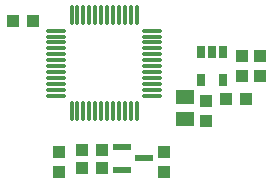
<source format=gbp>
%FSDAX24Y24*%
%MOIN*%
%SFA1B1*%

%IPPOS*%
%ADD17R,0.039370X0.043310*%
%ADD18R,0.043310X0.039370*%
%ADD55O,0.070870X0.011810*%
%ADD56O,0.011810X0.070870*%
%ADD57R,0.059060X0.023620*%
%ADD58R,0.059060X0.051180*%
%ADD59R,0.025590X0.043310*%
%LNpcb_baseboard-1*%
%LPD*%
G54D17*
X020450Y014965D03*
Y015634D03*
X016950Y014965D03*
Y015634D03*
X021850Y016665D03*
Y017334D03*
X023050Y018165D03*
Y018834D03*
X023650Y018165D03*
Y018834D03*
G54D18*
X015415Y020000D03*
X016084D03*
X018384Y015100D03*
X017715D03*
X018384Y015700D03*
X017715D03*
X022515Y017400D03*
X023184D03*
G54D55*
X020044Y017517D03*
Y017714D03*
Y017911D03*
Y018107D03*
Y018304D03*
Y018501D03*
Y018698D03*
Y018895D03*
Y019092D03*
Y019289D03*
Y019485D03*
Y019682D03*
X016855D03*
Y019485D03*
Y019289D03*
Y019092D03*
Y018895D03*
Y018698D03*
Y018501D03*
Y018304D03*
Y018107D03*
Y017911D03*
Y017714D03*
Y017517D03*
G54D56*
X019532Y020194D03*
X019335D03*
X019139D03*
X018942D03*
X018745D03*
X018548D03*
X018351D03*
X018154D03*
X017957D03*
X017761D03*
X017564D03*
X017367D03*
Y017005D03*
X017564D03*
X017761D03*
X017957D03*
X018154D03*
X018351D03*
X018548D03*
X018745D03*
X018942D03*
X019139D03*
X019335D03*
X019532D03*
G54D57*
X019050Y015052D03*
Y015800D03*
X019798Y015426D03*
G54D58*
X021150Y016726D03*
Y017474D03*
G54D59*
X021676Y018972D03*
X022050D03*
X022424D03*
Y018027D03*
X021676D03*
M02*
</source>
